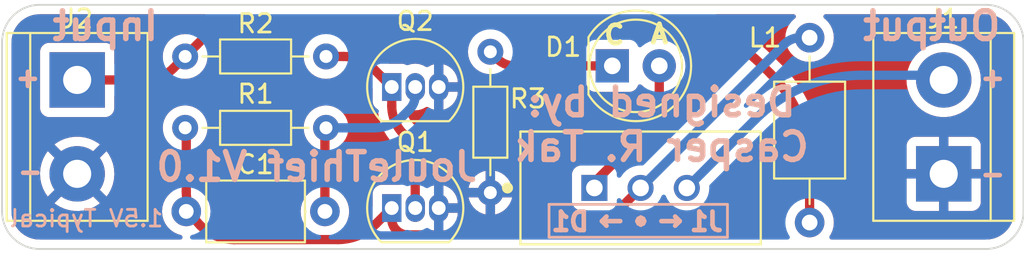
<source format=kicad_pcb>
(kicad_pcb (version 20211014) (generator pcbnew)
  (title_block (title "JouleThief THT") (date "2022-10-08") (rev "1.0") (comment 1 "Casper R. Tak"))
  (layers (0 "F.Cu" signal) (31 "B.Cu" signal) (34 "B.Paste" user) (35 "F.Paste" user) (36 "B.SilkS" user "B.Silkscreen") (37 "F.SilkS" user "F.Silkscreen") (38 "B.Mask" user) (39 "F.Mask" user) (44 "Edge.Cuts" user))
  (net 0 "")
  (net 1 "Net-(C1-Pad1)")
  (net 2 "Net-(C1-Pad2)")
  (net 3 "GND")
  (net 4 "Net-(J2-Pad1)")
  (net 5 "Net-(Q1-Pad2)")
  (net 6 "Net-(D1-Pad1)")
  (net 7 "Net-(D1-Pad2)")
  (net 8 "Net-(J1-Pad2)")
  (footprint "Resistor_THT:R_Axial_DIN0204_L3.6mm_D1.6mm_P7.62mm_Horizontal" (layer "F.Cu") (at 128.27 94.742)
    (fp_text reference "R2" (at 3.81 -1.778) (layer "F.SilkS"))
    (fp_text value "330")
    (fp_line (start 5.73 -0.92) (end 1.89 -0.92) (layer "F.SilkS") (width 0.12))
    (fp_line (start 1.89 -0.92) (end 1.89 0.92) (layer "F.SilkS") (width 0.12))
    (fp_line (start 5.73 0.92) (end 5.73 -0.92) (layer "F.SilkS") (width 0.12))
    (fp_line (start 6.68 0) (end 5.73 0) (layer "F.SilkS") (width 0.12))
    (fp_line (start 1.89 0.92) (end 5.73 0.92) (layer "F.SilkS") (width 0.12))
    (fp_line (start 0.94 0) (end 1.89 0) (layer "F.SilkS") (width 0.12))
    (pad "1" thru_hole circle (at 0 0) (size 1.4 1.4) (drill 0.7) (layers *.Cu *.Mask) (net 4 "Net-(J2-Pad1)"))
    (pad "2" thru_hole oval (at 7.62 0) (size 1.4 1.4) (drill 0.7) (layers *.Cu *.Mask) (net 5 "Net-(Q1-Pad2)"))
  )
  (footprint "TerminalBlock:TerminalBlock_bornier-2_P5.08mm" (layer "F.Cu") (at 122.428 96.012 -90)
    (fp_text reference "J2" (at -3.302 0) (layer "F.SilkS"))
    (fp_text value "Screw_Terminal_01x02" hide)
    (fp_line (start -2.54 -3.81) (end -2.54 3.81) (layer "F.SilkS") (width 0.12))
    (fp_line (start 7.62 2.54) (end -2.54 2.54) (layer "F.SilkS") (width 0.12))
    (fp_line (start 7.62 -3.81) (end -2.54 -3.81) (layer "F.SilkS") (width 0.12))
    (fp_line (start -2.54 3.81) (end 7.62 3.81) (layer "F.SilkS") (width 0.12))
    (fp_line (start 7.62 3.81) (end 7.62 -3.81) (layer "F.SilkS") (width 0.12))
    (pad "1" thru_hole rect (at 0 0 270) (size 3 3) (drill 1.52) (layers *.Cu *.Mask) (net 4 "Net-(J2-Pad1)"))
    (pad "2" thru_hole circle (at 5.08 0 270) (size 3 3) (drill 1.52) (layers *.Cu *.Mask) (net 3 "GND"))
  )
  (footprint "LED_THT:LED_D5.0mm_Clear" (layer "F.Cu") (at 151.379 95.25)
    (fp_text reference "D1" (at -2.662 -1.016) (layer "F.SilkS"))
    (fp_text value "LED")
    (fp_line (start -1.29 -1.545) (end -1.29 1.545) (layer "F.SilkS") (width 0.12))
    (fp_arc (start -1.29 -1.54483) (mid 2.072002 -2.880433) (end 4.26 0.000462) (layer "F.SilkS") (width 0.12))
    (fp_arc (start 4.26 -0.000462) (mid 2.072002 2.880433) (end -1.29 1.54483) (layer "F.SilkS") (width 0.12))
    (fp_circle (center 1.27 0) (end 3.77 0) (layer "F.SilkS") (width 0.12) (fill none))
    (pad "1" thru_hole rect (at 0 0) (size 1.8 1.8) (drill 0.9) (layers *.Cu *.Mask) (net 6 "Net-(D1-Pad1)"))
    (pad "2" thru_hole circle (at 2.54 0) (size 1.8 1.8) (drill 0.9) (layers *.Cu *.Mask) (net 7 "Net-(D1-Pad2)"))
  )
  (footprint "Capacitor_THT:C_Axial_L5.1mm_D3.1mm_P7.50mm_Horizontal" (layer "F.Cu") (at 128.33 103.124)
    (fp_text reference "C1" (at 3.75 -2.54) (layer "F.SilkS"))
    (fp_text value "100pF")
    (fp_line (start 1.08 -1.67) (end 1.08 1.67) (layer "F.SilkS") (width 0.12))
    (fp_line (start 1.04 0) (end 1.08 0) (layer "F.SilkS") (width 0.12))
    (fp_line (start 6.42 1.67) (end 6.42 -1.67) (layer "F.SilkS") (width 0.12))
    (fp_line (start 6.42 -1.67) (end 1.08 -1.67) (layer "F.SilkS") (width 0.12))
    (fp_line (start 1.08 1.67) (end 6.42 1.67) (layer "F.SilkS") (width 0.12))
    (fp_line (start 6.46 0) (end 6.42 0) (layer "F.SilkS") (width 0.12))
    (pad "1" thru_hole circle (at 0 0) (size 1.6 1.6) (drill 0.8) (layers *.Cu *.Mask) (net 1 "Net-(C1-Pad1)"))
    (pad "2" thru_hole oval (at 7.5 0) (size 1.6 1.6) (drill 0.8) (layers *.Cu *.Mask) (net 2 "Net-(C1-Pad2)"))
  )
  (footprint "Inductor_THT:L_Axial_L5.0mm_D3.6mm_P10.00mm_Horizontal_Murata_BL01RN1A2A2" (layer "F.Cu") (at 162.052 93.726 -90)
    (fp_text reference "L1" (at 0 2.413) (layer "F.SilkS"))
    (fp_text value "220uH")
    (fp_line (start 1 0) (end 2.38 0) (layer "F.SilkS") (width 0.12))
    (fp_line (start 9 0) (end 7.62 0) (layer "F.SilkS") (width 0.12))
    (fp_line (start 2.38 1.92) (end 7.62 1.92) (layer "F.SilkS") (width 0.12))
    (fp_line (start 2.38 -1.92) (end 2.38 1.92) (layer "F.SilkS") (width 0.12))
    (fp_line (start 7.62 1.92) (end 7.62 -1.92) (layer "F.SilkS") (width 0.12))
    (fp_line (start 7.62 -1.92) (end 2.38 -1.92) (layer "F.SilkS") (width 0.12))
    (pad "1" thru_hole circle (at 0 0 270) (size 1.6 1.6) (drill 0.85) (layers *.Cu *.Mask) (net 1 "Net-(C1-Pad1)"))
    (pad "2" thru_hole oval (at 10 0 270) (size 1.6 1.6) (drill 0.85) (layers *.Cu *.Mask) (net 4 "Net-(J2-Pad1)"))
  )
  (footprint "Package_TO_SOT_THT:TO-92_Inline" (layer "F.Cu") (at 139.446 102.9418)
    (fp_text reference "Q1" (at 1.27 -3.56) (layer "F.SilkS"))
    (fp_text value "BC547")
    (fp_line (start -0.53 1.85) (end 3.07 1.85) (layer "F.SilkS") (width 0.12))
    (fp_arc (start -0.568478 1.838478) (mid -1.132087 -0.994977) (end 1.27 -2.6) (layer "F.SilkS") (width 0.12))
    (fp_arc (start 1.27 -2.6) (mid 3.672087 -0.994977) (end 3.108478 1.838478) (layer "F.SilkS") (width 0.12))
    (pad "1" thru_hole rect (at 0 0) (size 1.05 1.5) (drill 0.75) (layers *.Cu *.Mask) (net 1 "Net-(C1-Pad1)"))
    (pad "2" thru_hole oval (at 1.27 0) (size 1.05 1.5) (drill 0.75) (layers *.Cu *.Mask) (net 5 "Net-(Q1-Pad2)"))
    (pad "3" thru_hole oval (at 2.54 0) (size 1.05 1.5) (drill 0.75) (layers *.Cu *.Mask) (net 3 "GND"))
  )
  (footprint "TerminalBlock:TerminalBlock_bornier-2_P5.08mm" (layer "F.Cu") (at 169.306915 101.092 90)
    (fp_text reference "J1" (at 8.382 -0.015915 180) (layer "F.SilkS"))
    (fp_text value "Screw_Terminal_01x02" hide)
    (fp_line (start 7.62 -3.81) (end -2.54 -3.81) (layer "F.SilkS") (width 0.12))
    (fp_line (start -2.54 -3.81) (end -2.54 3.81) (layer "F.SilkS") (width 0.12))
    (fp_line (start 7.62 2.54) (end -2.54 2.54) (layer "F.SilkS") (width 0.12))
    (fp_line (start -2.54 3.81) (end 7.62 3.81) (layer "F.SilkS") (width 0.12))
    (fp_line (start 7.62 3.81) (end 7.62 -3.81) (layer "F.SilkS") (width 0.12))
    (pad "1" thru_hole rect (at 0 0 90) (size 3 3) (drill 1.52) (layers *.Cu *.Mask) (net 3 "GND"))
    (pad "2" thru_hole circle (at 5.08 0 90) (size 3 3) (drill 1.52) (layers *.Cu *.Mask) (net 8 "Net-(J1-Pad2)"))
  )
  (footprint "SnapEDA Library:SW_1825159-1" (layer "F.Cu") (at 152.908 101.854)
    (fp_text reference "S1" hide)
    (fp_text value "SWITCH-SPDT-PTH-11.6X4.0MM-KIT" hide)
    (fp_line (start 6.5 -3.05) (end -6.5 -3.05) (layer "F.SilkS") (width 0.127))
    (fp_line (start -6.5 -3.05) (end -6.5 3.05) (layer "F.SilkS") (width 0.127))
    (fp_line (start -6.5 3.05) (end 6.5 3.05) (layer "F.SilkS") (width 0.127))
    (fp_line (start 6.5 3.05) (end 6.5 -3.05) (layer "F.SilkS") (width 0.127))
    (fp_circle (center -7.2 0) (end -7.05 0) (layer "F.SilkS") (width 0.3) (fill none))
    (pad "1" thru_hole rect locked (at -2.5 0) (size 1.408 1.408) (drill 0.9) (layers *.Cu *.Mask) (net 7 "Net-(D1-Pad2)"))
    (pad "2" thru_hole circle locked (at 0 0) (size 1.408 1.408) (drill 0.9) (layers *.Cu *.Mask) (net 1 "Net-(C1-Pad1)"))
    (pad "3" thru_hole circle locked (at 2.5 0) (size 1.408 1.408) (drill 0.9) (layers *.Cu *.Mask) (net 8 "Net-(J1-Pad2)"))
  )
  (footprint "Package_TO_SOT_THT:TO-92_Inline" (layer "F.Cu") (at 139.446 96.393)
    (fp_text reference "Q2" (at 1.27 -3.56) (layer "F.SilkS"))
    (fp_text value "BC547")
    (fp_line (start -0.53 1.85) (end 3.07 1.85) (layer "F.SilkS") (width 0.12))
    (fp_arc (start 1.27 -2.6) (mid 3.672087 -0.994977) (end 3.108478 1.838478) (layer "F.SilkS") (width 0.12))
    (fp_arc (start -0.568478 1.838478) (mid -1.132087 -0.994977) (end 1.27 -2.6) (layer "F.SilkS") (width 0.12))
    (pad "1" thru_hole rect (at 0 0) (size 1.05 1.5) (drill 0.75) (layers *.Cu *.Mask) (net 5 "Net-(Q1-Pad2)"))
    (pad "2" thru_hole oval (at 1.27 0) (size 1.05 1.5) (drill 0.75) (layers *.Cu *.Mask) (net 2 "Net-(C1-Pad2)"))
    (pad "3" thru_hole oval (at 2.54 0) (size 1.05 1.5) (drill 0.75) (layers *.Cu *.Mask) (net 3 "GND"))
  )
  (footprint "Resistor_THT:R_Axial_DIN0204_L3.6mm_D1.6mm_P7.62mm_Horizontal" (layer "F.Cu") (at 144.78 94.488 -90)
    (fp_text reference "R3" (at 2.54 -2.032 180) (layer "F.SilkS"))
    (fp_text value "330")
    (fp_line (start 6.68 0) (end 5.73 0) (layer "F.SilkS") (width 0.12))
    (fp_line (start 0.94 0) (end 1.89 0) (layer "F.SilkS") (width 0.12))
    (fp_line (start 1.89 -0.92) (end 1.89 0.92) (layer "F.SilkS") (width 0.12))
    (fp_line (start 5.73 0.92) (end 5.73 -0.92) (layer "F.SilkS") (width 0.12))
    (fp_line (start 5.73 -0.92) (end 1.89 -0.92) (layer "F.SilkS") (width 0.12))
    (fp_line (start 1.89 0.92) (end 5.73 0.92) (layer "F.SilkS") (width 0.12))
    (pad "1" thru_hole circle (at 0 0 270) (size 1.4 1.4) (drill 0.7) (layers *.Cu *.Mask) (net 6 "Net-(D1-Pad1)"))
    (pad "2" thru_hole oval (at 7.62 0 270) (size 1.4 1.4) (drill 0.7) (layers *.Cu *.Mask) (net 3 "GND"))
  )
  (footprint "Resistor_THT:R_Axial_DIN0204_L3.6mm_D1.6mm_P7.62mm_Horizontal" (layer "F.Cu") (at 128.27 98.6028)
    (fp_text reference "R1" (at 3.81 -1.8288) (layer "F.SilkS"))
    (fp_text value "22k")
    (fp_line (start 5.73 -0.92) (end 1.89 -0.92) (layer "F.SilkS") (width 0.12))
    (fp_line (start 5.73 0.92) (end 5.73 -0.92) (layer "F.SilkS") (width 0.12))
    (fp_line (start 0.94 0) (end 1.89 0) (layer "F.SilkS") (width 0.12))
    (fp_line (start 6.68 0) (end 5.73 0) (layer "F.SilkS") (width 0.12))
    (fp_line (start 1.89 0.92) (end 5.73 0.92) (layer "F.SilkS") (width 0.12))
    (fp_line (start 1.89 -0.92) (end 1.89 0.92) (layer "F.SilkS") (width 0.12))
    (pad "1" thru_hole circle (at 0 0) (size 1.4 1.4) (drill 0.7) (layers *.Cu *.Mask) (net 1 "Net-(C1-Pad1)"))
    (pad "2" thru_hole oval (at 7.62 0) (size 1.4 1.4) (drill 0.7) (layers *.Cu *.Mask) (net 2 "Net-(C1-Pad2)"))
  )
  (gr_line (start 147.955 104.521) (end 147.955 102.743) (layer "B.SilkS") (width 0.15))
  (gr_line (start 157.607 102.743) (end 157.607 104.521) (layer "B.SilkS") (width 0.15))
  (gr_line (start 147.955 102.743) (end 157.607 102.743) (layer "B.SilkS") (width 0.15))
  (gr_line (start 157.607 104.521) (end 147.955 104.521) (layer "B.SilkS") (width 0.15))
  (gr_arc (start 173.624915 103.124) (mid 173.029756 104.560841) (end 171.592915 105.156) (layer "Edge.Cuts") (width 0.1))
  (gr_arc (start 171.592915 91.948) (mid 173.029756 92.543159) (end 173.624915 93.98) (layer "Edge.Cuts") (width 0.1))
  (gr_line (start 173.624915 93.98) (end 173.624915 103.124) (layer "Edge.Cuts") (width 0.1))
  (gr_line (start 118.364 103.124) (end 118.364 93.98) (layer "Edge.Cuts") (width 0.1))
  (gr_arc (start 118.364 93.98) (mid 118.959159 92.543159) (end 120.396 91.948) (layer "Edge.Cuts") (width 0.1))
  (gr_line (start 120.396 91.948) (end 171.592915 91.948) (layer "Edge.Cuts") (width 0.1))
  (gr_arc (start 120.396 105.156) (mid 118.959159 104.560841) (end 118.364 103.124) (layer "Edge.Cuts") (width 0.1))
  (gr_line (start 171.592915 105.156) (end 120.396 105.156) (layer "Edge.Cuts") (width 0.1))
  (gr_text "Designed by:\nCasper R. Tak" (at 154.051 98.425) (layer "B.SilkS") (effects (font (size 1.5 1.5) (thickness 0.3)) (justify mirror)))
  (gr_text "J1" (at 156.464 103.6828) (layer "B.SilkS") (effects (font (size 1 1) (thickness 0.25)) (justify mirror)))
  (gr_text "D1\n" (at 149.098 103.6828) (layer "B.SilkS") (effects (font (size 1 1) (thickness 0.25)) (justify mirror)))
  (gr_text "Output\n" (at 168.656 93.091) (layer "B.SilkS") (effects (font (size 1.5 1.5) (thickness 0.3)) (justify mirror)))
  (gr_text "-\n" (at 171.958 101.092) (layer "B.SilkS") (effects (font (size 1 1) (thickness 0.25)) (justify mirror)))
  (gr_text "+" (at 171.958 95.885) (layer "B.SilkS") (effects (font (size 1 1) (thickness 0.25)) (justify mirror)))
  (gr_text " ←•→" (at 153.416 103.5558) (layer "B.SilkS") (effects (font (size 1.3 1.3) (thickness 0.25)) (justify mirror)))
  (gr_text "1.5V Typical" (at 122.936 103.505) (layer "B.SilkS") (effects (font (size 0.9 0.9)) (justify mirror)))
  (gr_text "Input" (at 123.952 93.091) (layer "B.SilkS") (effects (font (size 1.5 1.5) (thickness 0.3)) (justify mirror)))
  (gr_text "JouleThief V1.0\n" (at 135.382 100.711) (layer "B.SilkS") (effects (font (size 1.5 1.5) (thickness 0.3)) (justify mirror)))
  (gr_text "+" (at 119.761 95.885) (layer "B.SilkS") (effects (font (size 1 1) (thickness 0.25)) (justify mirror)))
  (gr_text "-\n" (at 119.888 100.965) (layer "B.SilkS") (effects (font (size 1 1) (thickness 0.25)) (justify mirror)))
  (gr_text "A" (at 153.924 93.5228) (layer "F.SilkS") (effects (font (size 1 1) (thickness 0.25))))
  (gr_text "C" (at 151.4856 93.5736) (layer "F.SilkS") (effects (font (size 1 1) (thickness 0.25))))
  (segment (start 130.93163 104.648) (end 136.533334 104.648) (width 0.5) (layer "F.Cu") (net 1))
  (segment (start 128.3 98.6328) (end 128.27 98.6028) (width 0.5) (layer "F.Cu") (net 1))
  (segment (start 140.31321 104.394) (end 148.571948 104.394) (width 0.5) (layer "F.Cu") (net 1))
  (segment (start 128.33 98.705226) (end 128.33 102.046369) (width 0.5) (layer "F.Cu") (net 1))
  (segment (start 139.446 103.526789) (end 139.446 102.9418) (width 0.5) (layer "F.Cu") (net 1))
  (segment (start 151.638 103.124) (end 152.908 101.854) (width 0.5) (layer "F.Cu") (net 1))
  (segment (start 139.327963 103.059836) (end 138.5929 103.7949) (width 0.5) (layer "F.Cu") (net 1))
  (arc (start 129.092 103.886) (mid 128.528037 103.04197) (end 128.33 102.046369) (width 0.5) (layer "F.Cu") (net 1))
  (arc (start 136.533334 104.648) (mid 137.647963 104.426286) (end 138.5929 103.7949) (width 0.5) (layer "F.Cu") (net 1))
  (arc (start 128.33 98.705226) (mid 128.322203 98.666029) (end 128.3 98.6328) (width 0.5) (layer "F.Cu") (net 1))
  (arc (start 140.31321 104.394) (mid 139.981343 104.327987) (end 139.7 104.14) (width 0.5) (layer "F.Cu") (net 1))
  (arc (start 139.446 103.108729) (mid 139.476676 103.262951) (end 139.564036 103.393694) (width 0.5) (layer "F.Cu") (net 1))
  (arc (start 129.092 103.886) (mid 129.936029 104.449962) (end 130.93163 104.648) (width 0.5) (layer "F.Cu") (net 1))
  (arc (start 139.446 103.526789) (mid 139.512012 103.858656) (end 139.7 104.14) (width 0.5) (layer "F.Cu") (net 1))
  (arc (start 139.446 103.108729) (mid 139.403315 103.044847) (end 139.327963 103.059836) (width 0.5) (layer "F.Cu") (net 1))
  (arc (start 151.638 103.124) (mid 150.231283 104.063937) (end 148.571948 104.394) (width 0.5) (layer "F.Cu") (net 1))
  (segment (start 161.544 93.726) (end 162.052 93.726) (width 0.5) (layer "B.Cu") (net 1))
  (segment (start 160.676789 94.08521) (end 152.997802 101.764197) (width 0.5) (layer "B.Cu") (net 1))
  (segment (start 152.781 101.854) (end 152.654 101.854) (width 0.5) (layer "B.Cu") (net 1))
  (arc (start 161.544 93.726) (mid 161.074669 93.819355) (end 160.676789 94.08521) (width 0.5) (layer "B.Cu") (net 1))
  (arc (start 152.997802 101.764197) (mid 152.898332 101.83066) (end 152.781 101.854) (width 0.5) (layer "B.Cu") (net 1))
  (segment (start 135.83 98.705226) (end 135.83 103.124) (width 0.5) (layer "F.Cu") (net 2))
  (segment (start 135.86 98.6328) (end 135.89 98.6028) (width 0.5) (layer "F.Cu") (net 2))
  (arc (start 135.86 98.6328) (mid 135.837796 98.666029) (end 135.83 98.705226) (width 0.5) (layer "F.Cu") (net 2))
  (segment (start 138.488567 98.6028) (end 135.89 98.6028) (width 0.5) (layer "B.Cu") (net 2))
  (segment (start 140.396034 97.617965) (end 140.063599 97.950399) (width 0.5) (layer "B.Cu") (net 2))
  (segment (start 140.716 96.8455) (end 140.716 96.393) (width 0.5) (layer "B.Cu") (net 2))
  (arc (start 140.063599 97.950399) (mid 139.340968 98.433246) (end 138.488567 98.6028) (width 0.5) (layer "B.Cu") (net 2))
  (arc (start 140.396034 97.617965) (mid 140.632843 97.263555) (end 140.716 96.8455) (width 0.5) (layer "B.Cu") (net 2))
  (segment (start 126.101974 96.012) (end 122.428 96.012) (width 0.5) (layer "F.Cu") (net 4))
  (segment (start 131.530572 92.832001) (end 153.713053 92.832001) (width 0.5) (layer "F.Cu") (net 4))
  (segment (start 127.635 95.377) (end 127.79375 95.21825) (width 0.5) (layer "F.Cu") (net 4))
  (segment (start 128.904999 94.106999) (end 128.269998 94.741999) (width 0.5) (layer "F.Cu") (net 4))
  (segment (start 128.111249 94.900749) (end 127.79375 95.21825) (width 0.5) (layer "F.Cu") (net 4))
  (segment (start 159.484691 95.222691) (end 159.953307 95.691307) (width 0.5) (layer "F.Cu") (net 4))
  (segment (start 128.269998 94.741999) (end 128.111249 94.900749) (width 0.5) (layer "F.Cu") (net 4))
  (segment (start 128.904999 94.106999) (end 129.224999 93.787) (width 0.5) (layer "F.Cu") (net 4))
  (segment (start 162.052 100.758) (end 162.052 103.726) (width 0.5) (layer "F.Cu") (net 4))
  (arc (start 162.052 100.758) (mid 161.506567 98.015925) (end 159.953307 95.691307) (width 0.5) (layer "F.Cu") (net 4))
  (arc (start 159.484691 95.222691) (mid 156.836641 93.453321) (end 153.713053 92.832001) (width 0.5) (layer "F.Cu") (net 4))
  (arc (start 126.101974 96.012) (mid 126.931641 95.846968) (end 127.635 95.377) (width 0.5) (layer "F.Cu") (net 4))
  (arc (start 131.530572 92.832001) (mid 130.282805 93.080193) (end 129.224999 93.787) (width 0.5) (layer "F.Cu") (net 4))
  (segment (start 139.446 97.399974) (end 139.446 96.393) (width 0.5) (layer "F.Cu") (net 5))
  (segment (start 140.716 100.466025) (end 140.716 102.9418) (width 0.5) (layer "F.Cu") (net 5))
  (segment (start 138.468519 95.415519) (end 139.446 96.393) (width 0.5) (layer "F.Cu") (net 5))
  (segment (start 136.8425 94.742) (end 135.89 94.742) (width 0.5) (layer "F.Cu") (net 5))
  (arc (start 139.446 97.399974) (mid 139.611031 98.229641) (end 140.081 98.933) (width 0.5) (layer "F.Cu") (net 5))
  (arc (start 138.468519 95.415519) (mid 137.722495 94.917041) (end 136.8425 94.742) (width 0.5) (layer "F.Cu") (net 5))
  (arc (start 140.081 98.933) (mid 140.550968 99.636357) (end 140.716 100.466025) (width 0.5) (layer "F.Cu") (net 5))
  (segment (start 146.080815 95.25) (end 151.379 95.25) (width 0.5) (layer "F.Cu") (net 6))
  (segment (start 145.161 94.869) (end 144.78 94.488) (width 0.5) (layer "F.Cu") (net 6))
  (arc (start 145.161 94.869) (mid 145.583014 95.150981) (end 146.080815 95.25) (width 0.5) (layer "F.Cu") (net 6))
  (segment (start 150.515249 101.443403) (end 153.246381 98.712272) (width 0.5) (layer "F.Cu") (net 7))
  (segment (start 150.408 101.702326) (end 150.408 101.854) (width 0.5) (layer "F.Cu") (net 7))
  (segment (start 153.919 96.6695) (end 153.919 95.25) (width 0.5) (layer "F.Cu") (net 7))
  (arc (start 150.515249 101.443403) (mid 150.435873 101.562198) (end 150.408 101.702326) (width 0.5) (layer "F.Cu") (net 7))
  (arc (start 153.919 96.6695) (mid 153.745967 97.744645) (end 153.246381 98.712272) (width 0.5) (layer "F.Cu") (net 7))
  (segment (start 155.281 101.854) (end 155.154 101.854) (width 0.5) (layer "B.Cu") (net 8))
  (segment (start 164.884947 95.758) (end 169.306915 95.758) (width 0.5) (layer "B.Cu") (net 8))
  (segment (start 159.113309 98.14869) (end 155.497802 101.764197) (width 0.5) (layer "B.Cu") (net 8))
  (arc (start 155.497802 101.764197) (mid 155.398332 101.83066) (end 155.281 101.854) (width 0.5) (layer "B.Cu") (net 8))
  (arc (start 164.884947 95.758) (mid 161.761359 96.37932) (end 159.113309 98.14869) (width 0.5) (layer "B.Cu") (net 8))
  (zone (net 3) (net_name "GND") (layers F&B.Cu) (connect_pads (clearance 0.508)) (min_thickness 0.254) (fill yes (thermal_gap 0.508) (thermal_bridge_width 0.508))
    (polygon (pts (xy 173.624915 105.156) (xy 118.252915 105.156) (xy 118.252915 91.948) (xy 173.624915 91.948)))
  )
)
</source>
